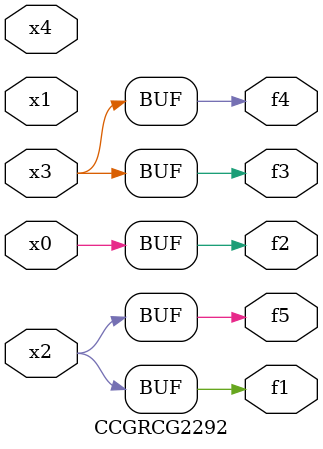
<source format=v>
module CCGRCG2292(
	input x0, x1, x2, x3, x4,
	output f1, f2, f3, f4, f5
);
	assign f1 = x2;
	assign f2 = x0;
	assign f3 = x3;
	assign f4 = x3;
	assign f5 = x2;
endmodule

</source>
